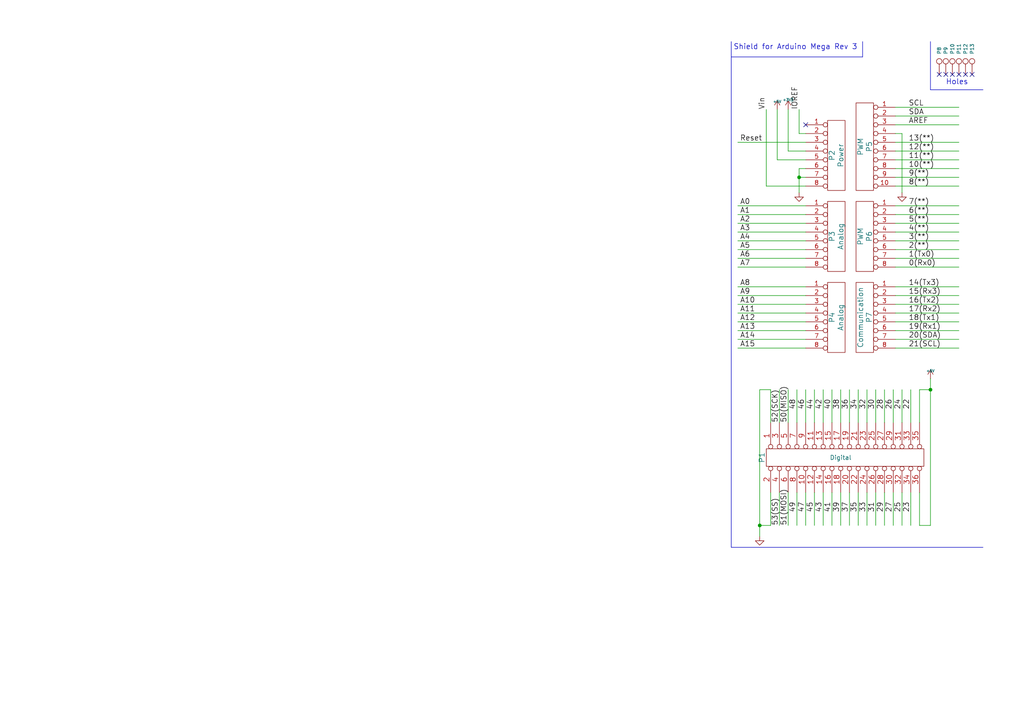
<source format=kicad_sch>
(kicad_sch (version 20230121) (generator eeschema)
  (paper "A4")
  (title_block (date "mar. 31 mars 2015"))
  (lib_symbols
    (symbol "Arduino_Mega-rescue:+3.3V" (power) (pin_names (offset 0))
      (property "Value" "+3.3V" (at 0 3.556 0))
      (symbol "+3.3V_0_1"
        (polyline (pts (xy -0.762 1.27) (xy 0 2.54)))
        (polyline (pts (xy 0 0) (xy 0 2.54)))
        (polyline (pts (xy 0 2.54) (xy 0.762 1.27)))
      )
      (symbol "+3.3V_1_1"
        (pin power_in line (at 0 0 90) (length 0) hide (name "+3V3") (number "1"))
      )
    )
    (symbol "Arduino_Mega-rescue:+5V" (power) (pin_names (offset 0))
      (property "Value" "+5V" (at 0 3.556 0))
      (symbol "+5V_0_1"
        (polyline (pts (xy -0.762 1.27) (xy 0 2.54)))
        (polyline (pts (xy 0 0) (xy 0 2.54)))
        (polyline (pts (xy 0 2.54) (xy 0.762 1.27)))
      )
      (symbol "+5V_1_1"
        (pin power_in line (at 0 0 90) (length 0) hide (name "+5V") (number "1"))
      )
    )
    (symbol "Arduino_Mega-rescue:CONN_1" (pin_numbers hide) (pin_names (offset 0.762) hide)
      (property "Reference" "P" (at 2.032 0 0))
      (symbol "CONN_1_0_1"
        (polyline (pts (xy -0.762 0) (xy -1.27 0)))
        (circle (center 0 0) (radius 0.7874))
      )
      (symbol "CONN_1_1_1"
        (pin passive line (at -3.81 0 0) (length 2.54) (name "1") (number "1"))
      )
    )
    (symbol "Arduino_Mega-rescue:CONN_10" (pin_names (offset 1.016) hide)
      (property "Reference" "P" (at -1.27 0 90))
      (property "Value" "CONN_10" (at 1.27 0 90))
      (symbol "CONN_10_0_1"
        (rectangle (start -2.54 12.7) (end 2.54 -12.7))
      )
      (symbol "CONN_10_1_1"
        (pin passive inverted (at -8.89 11.43 0) (length 6.35) (name "P1") (number "1"))
        (pin passive inverted (at -8.89 -11.43 0) (length 6.35) (name "P10") (number "10"))
        (pin passive inverted (at -8.89 8.89 0) (length 6.35) (name "P2") (number "2"))
        (pin passive inverted (at -8.89 6.35 0) (length 6.35) (name "P3") (number "3"))
        (pin passive inverted (at -8.89 3.81 0) (length 6.35) (name "P4") (number "4"))
        (pin passive inverted (at -8.89 1.27 0) (length 6.35) (name "P5") (number "5"))
        (pin passive inverted (at -8.89 -1.27 0) (length 6.35) (name "P6") (number "6"))
        (pin passive inverted (at -8.89 -3.81 0) (length 6.35) (name "P7") (number "7"))
        (pin passive inverted (at -8.89 -6.35 0) (length 6.35) (name "P8") (number "8"))
        (pin passive inverted (at -8.89 -8.89 0) (length 6.35) (name "P9") (number "9"))
      )
    )
    (symbol "Arduino_Mega-rescue:CONN_18X2" (pin_names (offset 0.254) hide)
      (property "Reference" "P" (at 0 22.86 0))
      (property "Value" "CONN_18X2" (at 0 0 90))
      (symbol "CONN_18X2_0_1"
        (rectangle (start -2.54 21.59) (end 2.54 -24.13))
      )
      (symbol "CONN_18X2_1_1"
        (pin passive inverted (at -10.16 20.32 0) (length 7.62) (name "P1") (number "1"))
        (pin passive inverted (at 10.16 10.16 180) (length 7.62) (name "P10") (number "10"))
        (pin passive inverted (at -10.16 7.62 0) (length 7.62) (name "P11") (number "11"))
        (pin passive inverted (at 10.16 7.62 180) (length 7.62) (name "P12") (number "12"))
        (pin passive inverted (at -10.16 5.08 0) (length 7.62) (name "P13") (number "13"))
        (pin passive inverted (at 10.16 5.08 180) (length 7.62) (name "P14") (number "14"))
        (pin passive inverted (at -10.16 2.54 0) (length 7.62) (name "P15") (number "15"))
        (pin passive inverted (at 10.16 2.54 180) (length 7.62) (name "P16") (number "16"))
        (pin passive inverted (at -10.16 0 0) (length 7.62) (name "P17") (number "17"))
        (pin passive inverted (at 10.16 0 180) (length 7.62) (name "P18") (number "18"))
        (pin passive inverted (at -10.16 -2.54 0) (length 7.62) (name "P19") (number "19"))
        (pin passive inverted (at 10.16 20.32 180) (length 7.62) (name "P2") (number "2"))
        (pin passive inverted (at 10.16 -2.54 180) (length 7.62) (name "P20") (number "20"))
        (pin passive inverted (at -10.16 -5.08 0) (length 7.62) (name "P21") (number "21"))
        (pin passive inverted (at 10.16 -5.08 180) (length 7.62) (name "P22") (number "22"))
        (pin passive inverted (at -10.16 -7.62 0) (length 7.62) (name "P23") (number "23"))
        (pin passive inverted (at 10.16 -7.62 180) (length 7.62) (name "P24") (number "24"))
        (pin passive inverted (at -10.16 -10.16 0) (length 7.62) (name "~") (number "25"))
        (pin passive inverted (at 10.16 -10.16 180) (length 7.62) (name "P26") (number "26"))
        (pin passive inverted (at -10.16 -12.7 0) (length 7.62) (name "P27") (number "27"))
        (pin passive inverted (at 10.16 -12.7 180) (length 7.62) (name "P28") (number "28"))
        (pin passive inverted (at -10.16 -15.24 0) (length 7.62) (name "P29") (number "29"))
        (pin passive inverted (at -10.16 17.78 0) (length 7.62) (name "P3") (number "3"))
        (pin passive inverted (at 10.16 -15.24 180) (length 7.62) (name "P30") (number "30"))
        (pin passive inverted (at -10.16 -17.78 0) (length 7.62) (name "P31") (number "31"))
        (pin passive inverted (at 10.16 -17.78 180) (length 7.62) (name "P32") (number "32"))
        (pin passive inverted (at -10.16 -20.32 0) (length 7.62) (name "P33") (number "33"))
        (pin passive inverted (at 10.16 -20.32 180) (length 7.62) (name "P34") (number "34"))
        (pin passive inverted (at -10.16 -22.86 0) (length 7.62) (name "P35") (number "35"))
        (pin passive inverted (at 10.16 -22.86 180) (length 7.62) (name "P36") (number "36"))
        (pin passive inverted (at 10.16 17.78 180) (length 7.62) (name "P4") (number "4"))
        (pin passive inverted (at -10.16 15.24 0) (length 7.62) (name "P5") (number "5"))
        (pin passive inverted (at 10.16 15.24 180) (length 7.62) (name "P6") (number "6"))
        (pin passive inverted (at -10.16 12.7 0) (length 7.62) (name "P7") (number "7"))
        (pin passive inverted (at 10.16 12.7 180) (length 7.62) (name "P8") (number "8"))
        (pin passive inverted (at -10.16 10.16 0) (length 7.62) (name "P9") (number "9"))
      )
    )
    (symbol "Arduino_Mega-rescue:CONN_8" (pin_names (offset 1.016) hide)
      (property "Reference" "P" (at -1.27 0 90))
      (property "Value" "CONN_8" (at 1.27 0 90))
      (symbol "CONN_8_0_1"
        (rectangle (start -2.54 10.16) (end 2.54 -10.16))
      )
      (symbol "CONN_8_1_1"
        (pin passive inverted (at -8.89 8.89 0) (length 6.35) (name "P1") (number "1"))
        (pin passive inverted (at -8.89 6.35 0) (length 6.35) (name "P2") (number "2"))
        (pin passive inverted (at -8.89 3.81 0) (length 6.35) (name "P3") (number "3"))
        (pin passive inverted (at -8.89 1.27 0) (length 6.35) (name "P4") (number "4"))
        (pin passive inverted (at -8.89 -1.27 0) (length 6.35) (name "P5") (number "5"))
        (pin passive inverted (at -8.89 -3.81 0) (length 6.35) (name "P6") (number "6"))
        (pin passive inverted (at -8.89 -6.35 0) (length 6.35) (name "P7") (number "7"))
        (pin passive inverted (at -8.89 -8.89 0) (length 6.35) (name "P8") (number "8"))
      )
    )
    (symbol "Arduino_Mega-rescue:GND" (power) (pin_names (offset 0))
      (property "Value" "GND" (at 0 -3.81 0))
      (symbol "GND_0_1"
        (polyline (pts (xy 0 0) (xy 0 -1.27) (xy 1.27 -1.27) (xy 0 -2.54) (xy -1.27 -1.27) (xy 0 -1.27)))
      )
      (symbol "GND_1_1"
        (pin power_in line (at 0 0 270) (length 0) hide (name "GND") (number "1"))
      )
    )
  )
  (junction (at 269.875 113.03))
  (junction (at 231.775 51.435))
  (junction (at 220.345 152.4))
  (no_connect (at 278.13 21.59))
  (no_connect (at 233.68 36.195))
  (no_connect (at 281.94 21.59))
  (no_connect (at 280.035 21.59))
  (no_connect (at 272.415 21.59))
  (no_connect (at 276.225 21.59))
  (no_connect (at 274.32 21.59))
  (wire (pts (xy 223.52 152.4) (xy 220.345 152.4)))
  (wire (pts (xy 233.68 41.275) (xy 213.995 41.275)))
  (wire (pts (xy 266.7 113.03) (xy 269.875 113.03)))
  (wire (pts (xy 246.38 113.03) (xy 246.38 122.555)))
  (wire (pts (xy 233.68 64.77) (xy 213.995 64.77)))
  (wire (pts (xy 222.25 31.75) (xy 222.25 53.975)))
  (wire (pts (xy 226.06 142.875) (xy 226.06 152.4)))
  (wire (pts (xy 233.68 74.93) (xy 213.995 74.93)))
  (wire (pts (xy 233.68 90.805) (xy 213.995 90.805)))
  (wire (pts (xy 233.68 59.69) (xy 213.995 59.69)))
  (wire (pts (xy 220.345 113.03) (xy 220.345 152.4)))
  (polyline (pts (xy 250.19 16.51) (xy 250.19 12.065)))
  (wire (pts (xy 228.6 113.03) (xy 228.6 122.555)))
  (wire (pts (xy 256.54 113.03) (xy 256.54 122.555)))
  (wire (pts (xy 231.14 113.03) (xy 231.14 122.555)))
  (wire (pts (xy 233.68 113.03) (xy 233.68 122.555)))
  (polyline (pts (xy 285.115 158.75) (xy 212.09 158.75)))
  (wire (pts (xy 231.775 55.88) (xy 231.775 51.435)))
  (wire (pts (xy 254 113.03) (xy 254 122.555)))
  (wire (pts (xy 259.715 69.85) (xy 278.13 69.85)))
  (wire (pts (xy 220.345 152.4) (xy 220.345 155.575)))
  (wire (pts (xy 231.775 48.895) (xy 233.68 48.895)))
  (wire (pts (xy 259.715 43.815) (xy 278.13 43.815)))
  (wire (pts (xy 236.22 142.875) (xy 236.22 152.4)))
  (wire (pts (xy 233.68 142.875) (xy 233.68 152.4)))
  (wire (pts (xy 259.715 85.725) (xy 278.13 85.725)))
  (wire (pts (xy 233.68 93.345) (xy 213.995 93.345)))
  (wire (pts (xy 233.68 95.885) (xy 213.995 95.885)))
  (polyline (pts (xy 269.875 26.035) (xy 269.875 12.065)))
  (wire (pts (xy 266.7 122.555) (xy 266.7 113.03)))
  (wire (pts (xy 261.62 142.875) (xy 261.62 152.4)))
  (wire (pts (xy 223.52 142.875) (xy 223.52 152.4)))
  (wire (pts (xy 225.425 46.355) (xy 233.68 46.355)))
  (wire (pts (xy 233.68 83.185) (xy 213.995 83.185)))
  (wire (pts (xy 223.52 122.555) (xy 223.52 113.03)))
  (wire (pts (xy 261.62 55.88) (xy 261.62 38.735)))
  (wire (pts (xy 259.715 62.23) (xy 278.13 62.23)))
  (wire (pts (xy 259.715 88.265) (xy 278.13 88.265)))
  (wire (pts (xy 259.715 33.655) (xy 278.13 33.655)))
  (wire (pts (xy 233.68 85.725) (xy 213.995 85.725)))
  (wire (pts (xy 269.875 113.03) (xy 269.875 109.855)))
  (wire (pts (xy 246.38 142.875) (xy 246.38 152.4)))
  (wire (pts (xy 222.25 53.975) (xy 233.68 53.975)))
  (wire (pts (xy 231.775 51.435) (xy 233.68 51.435)))
  (wire (pts (xy 248.92 113.03) (xy 248.92 122.555)))
  (wire (pts (xy 241.3 113.03) (xy 241.3 122.555)))
  (wire (pts (xy 238.76 142.875) (xy 238.76 152.4)))
  (wire (pts (xy 238.76 113.03) (xy 238.76 122.555)))
  (wire (pts (xy 233.68 98.425) (xy 213.995 98.425)))
  (wire (pts (xy 233.68 100.965) (xy 213.995 100.965)))
  (wire (pts (xy 233.68 67.31) (xy 213.995 67.31)))
  (wire (pts (xy 231.775 38.735) (xy 231.775 31.75)))
  (wire (pts (xy 243.84 113.03) (xy 243.84 122.555)))
  (polyline (pts (xy 212.09 158.75) (xy 212.09 12.065)))
  (wire (pts (xy 259.715 41.275) (xy 278.13 41.275)))
  (wire (pts (xy 231.14 142.875) (xy 231.14 152.4)))
  (wire (pts (xy 261.62 38.735) (xy 259.715 38.735)))
  (wire (pts (xy 254 142.875) (xy 254 152.4)))
  (wire (pts (xy 259.715 59.69) (xy 278.13 59.69)))
  (wire (pts (xy 259.715 67.31) (xy 278.13 67.31)))
  (wire (pts (xy 248.92 142.875) (xy 248.92 152.4)))
  (wire (pts (xy 259.715 83.185) (xy 278.13 83.185)))
  (wire (pts (xy 259.715 36.195) (xy 278.13 36.195)))
  (wire (pts (xy 236.22 113.03) (xy 236.22 122.555)))
  (wire (pts (xy 259.715 93.345) (xy 278.13 93.345)))
  (wire (pts (xy 233.68 88.265) (xy 213.995 88.265)))
  (wire (pts (xy 233.68 62.23) (xy 213.995 62.23)))
  (wire (pts (xy 259.715 72.39) (xy 278.13 72.39)))
  (wire (pts (xy 259.08 142.875) (xy 259.08 152.4)))
  (wire (pts (xy 233.68 77.47) (xy 213.995 77.47)))
  (wire (pts (xy 259.715 77.47) (xy 278.13 77.47)))
  (wire (pts (xy 259.715 95.885) (xy 278.13 95.885)))
  (wire (pts (xy 259.715 51.435) (xy 278.13 51.435)))
  (wire (pts (xy 233.68 69.85) (xy 213.995 69.85)))
  (wire (pts (xy 251.46 142.875) (xy 251.46 152.4)))
  (wire (pts (xy 259.715 46.355) (xy 278.13 46.355)))
  (wire (pts (xy 264.16 142.875) (xy 264.16 152.4)))
  (wire (pts (xy 259.715 74.93) (xy 278.13 74.93)))
  (wire (pts (xy 225.425 31.75) (xy 225.425 46.355)))
  (wire (pts (xy 233.68 38.735) (xy 231.775 38.735)))
  (wire (pts (xy 243.84 142.875) (xy 243.84 152.4)))
  (wire (pts (xy 264.16 113.03) (xy 264.16 122.555)))
  (polyline (pts (xy 285.115 26.035) (xy 269.875 26.035)))
  (wire (pts (xy 259.715 48.895) (xy 278.13 48.895)))
  (wire (pts (xy 266.7 142.875) (xy 266.7 152.4)))
  (wire (pts (xy 226.06 113.03) (xy 226.06 122.555)))
  (wire (pts (xy 241.3 142.875) (xy 241.3 152.4)))
  (wire (pts (xy 259.715 64.77) (xy 278.13 64.77)))
  (wire (pts (xy 261.62 113.03) (xy 261.62 122.555)))
  (wire (pts (xy 259.715 31.115) (xy 278.13 31.115)))
  (wire (pts (xy 269.875 152.4) (xy 269.875 113.03)))
  (wire (pts (xy 259.715 90.805) (xy 278.13 90.805)))
  (polyline (pts (xy 212.09 16.51) (xy 250.19 16.51)))
  (wire (pts (xy 259.715 98.425) (xy 278.13 98.425)))
  (wire (pts (xy 228.6 142.875) (xy 228.6 152.4)))
  (wire (pts (xy 231.775 51.435) (xy 231.775 48.895)))
  (wire (pts (xy 256.54 142.875) (xy 256.54 152.4)))
  (wire (pts (xy 259.08 113.03) (xy 259.08 122.555)))
  (wire (pts (xy 233.68 72.39) (xy 213.995 72.39)))
  (wire (pts (xy 259.715 53.975) (xy 278.13 53.975)))
  (wire (pts (xy 259.715 100.965) (xy 278.13 100.965)))
  (wire (pts (xy 223.52 113.03) (xy 220.345 113.03)))
  (wire (pts (xy 228.6 43.815) (xy 228.6 31.75)))
  (wire (pts (xy 233.68 43.815) (xy 228.6 43.815)))
  (wire (pts (xy 251.46 113.03) (xy 251.46 122.555)))
  (wire (pts (xy 266.7 152.4) (xy 269.875 152.4)))
  (text "Holes" (at 274.32 24.765 0) (effects (font (size 1.524 1.524)) (justify left bottom)))
  (text "Shield for Arduino Mega Rev 3" (at 212.725 14.605 0) (effects (font (size 1.524 1.524)) (justify left bottom)))
  (label "23" (at 264.16 148.59 90) (effects (font (size 1.524 1.524))))
  (label "AREF" (at 263.525 36.195 0) (effects (font (size 1.524 1.524))))
  (label "A3" (at 214.63 67.31 0) (effects (font (size 1.524 1.524))))
  (label "6(**)" (at 263.525 62.23 0) (effects (font (size 1.524 1.524))))
  (label "53(SS)" (at 226.06 152.4 90) (effects (font (size 1.524 1.524))))
  (label "2(**)" (at 263.525 72.39 0) (effects (font (size 1.524 1.524))))
  (label "A13" (at 214.63 95.885 0) (effects (font (size 1.524 1.524))))
  (label "8(**)" (at 263.525 53.975 0) (effects (font (size 1.524 1.524))))
  (label "13(**)" (at 263.525 41.275 0) (effects (font (size 1.524 1.524))))
  (label "20(SDA)" (at 263.525 98.425 0) (effects (font (size 1.524 1.524))))
  (label "14(Tx3)" (at 263.525 83.185 0) (effects (font (size 1.524 1.524))))
  (label "46" (at 233.68 118.745 90) (effects (font (size 1.524 1.524))))
  (label "5(**)" (at 263.525 64.77 0) (effects (font (size 1.524 1.524))))
  (label "42" (at 238.76 118.745 90) (effects (font (size 1.524 1.524))))
  (label "47" (at 233.68 148.59 90) (effects (font (size 1.524 1.524))))
  (label "IOREF" (at 231.775 31.75 90) (effects (font (size 1.524 1.524))))
  (label "3(**)" (at 263.525 69.85 0) (effects (font (size 1.524 1.524))))
  (label "16(Tx2)" (at 263.525 88.265 0) (effects (font (size 1.524 1.524))))
  (label "40" (at 241.3 118.745 90) (effects (font (size 1.524 1.524))))
  (label "19(Rx1)" (at 263.525 95.885 0) (effects (font (size 1.524 1.524))))
  (label "45" (at 236.22 148.59 90) (effects (font (size 1.524 1.524))))
  (label "38" (at 243.84 118.745 90) (effects (font (size 1.524 1.524))))
  (label "43" (at 238.76 148.59 90) (effects (font (size 1.524 1.524))))
  (label "A7" (at 214.63 77.47 0) (effects (font (size 1.524 1.524))))
  (label "49" (at 231.14 148.59 90) (effects (font (size 1.524 1.524))))
  (label "36" (at 246.38 118.745 90) (effects (font (size 1.524 1.524))))
  (label "17(Rx2)" (at 263.525 90.805 0) (effects (font (size 1.524 1.524))))
  (label "44" (at 236.22 118.745 90) (effects (font (size 1.524 1.524))))
  (label "34" (at 248.92 118.745 90) (effects (font (size 1.524 1.524))))
  (label "A2" (at 214.63 64.77 0) (effects (font (size 1.524 1.524))))
  (label "Reset" (at 214.63 41.275 0) (effects (font (size 1.524 1.524))))
  (label "33" (at 251.46 148.59 90) (effects (font (size 1.524 1.524))))
  (label "SCL" (at 263.525 31.115 0) (effects (font (size 1.524 1.524))))
  (label "9(**)" (at 263.525 51.435 0) (effects (font (size 1.524 1.524))))
  (label "26" (at 259.08 118.745 90) (effects (font (size 1.524 1.524))))
  (label "27" (at 259.08 148.59 90) (effects (font (size 1.524 1.524))))
  (label "50(MISO)" (at 228.6 122.555 90) (effects (font (size 1.524 1.524))))
  (label "A0" (at 214.63 59.69 0) (effects (font (size 1.524 1.524))))
  (label "A4" (at 214.63 69.85 0) (effects (font (size 1.524 1.524))))
  (label "37" (at 246.38 148.59 90) (effects (font (size 1.524 1.524))))
  (label "41" (at 241.3 148.59 90) (effects (font (size 1.524 1.524))))
  (label "24" (at 261.62 118.745 90) (effects (font (size 1.524 1.524))))
  (label "11(**)" (at 263.525 46.355 0) (effects (font (size 1.524 1.524))))
  (label "29" (at 256.54 148.59 90) (effects (font (size 1.524 1.524))))
  (label "30" (at 254 118.745 90) (effects (font (size 1.524 1.524))))
  (label "A14" (at 214.63 98.425 0) (effects (font (size 1.524 1.524))))
  (label "A8" (at 214.63 83.185 0) (effects (font (size 1.524 1.524))))
  (label "SDA" (at 263.525 33.655 0) (effects (font (size 1.524 1.524))))
  (label "A1" (at 214.63 62.23 0) (effects (font (size 1.524 1.524))))
  (label "52(SCK)" (at 226.06 122.555 90) (effects (font (size 1.524 1.524))))
  (label "A10" (at 214.63 88.265 0) (effects (font (size 1.524 1.524))))
  (label "31" (at 254 148.59 90) (effects (font (size 1.524 1.524))))
  (label "A9" (at 214.63 85.725 0) (effects (font (size 1.524 1.524))))
  (label "12(**)" (at 263.525 43.815 0) (effects (font (size 1.524 1.524))))
  (label "51(MOSI)" (at 228.6 152.4 90) (effects (font (size 1.524 1.524))))
  (label "A6" (at 214.63 74.93 0) (effects (font (size 1.524 1.524))))
  (label "7(**)" (at 263.525 59.69 0) (effects (font (size 1.524 1.524))))
  (label "1(Tx0)" (at 263.525 74.93 0) (effects (font (size 1.524 1.524))))
  (label "32" (at 251.46 118.745 90) (effects (font (size 1.524 1.524))))
  (label "28" (at 256.54 118.745 90) (effects (font (size 1.524 1.524))))
  (label "A11" (at 214.63 90.805 0) (effects (font (size 1.524 1.524))))
  (label "39" (at 243.84 148.59 90) (effects (font (size 1.524 1.524))))
  (label "A5" (at 214.63 72.39 0) (effects (font (size 1.524 1.524))))
  (label "21(SCL)" (at 263.525 100.965 0) (effects (font (size 1.524 1.524))))
  (label "Vin" (at 222.25 31.75 90) (effects (font (size 1.524 1.524))))
  (label "0(Rx0)" (at 263.525 77.47 0) (effects (font (size 1.524 1.524))))
  (label "18(Tx1)" (at 263.525 93.345 0) (effects (font (size 1.524 1.524))))
  (label "48" (at 231.14 118.745 90) (effects (font (size 1.524 1.524))))
  (label "A12" (at 214.63 93.345 0) (effects (font (size 1.524 1.524))))
  (label "A15" (at 214.63 100.965 0) (effects (font (size 1.524 1.524))))
  (label "4(**)" (at 263.525 67.31 0) (effects (font (size 1.524 1.524))))
  (label "15(Rx3)" (at 263.525 85.725 0) (effects (font (size 1.524 1.524))))
  (label "10(**)" (at 263.525 48.895 0) (effects (font (size 1.524 1.524))))
  (label "35" (at 248.92 148.59 90) (effects (font (size 1.524 1.524))))
  (label "22" (at 264.16 118.745 90) (effects (font (size 1.524 1.524))))
  (label "25" (at 261.62 148.59 90) (effects (font (size 1.524 1.524))))
  (symbol (lib_id "Arduino_Mega-rescue:CONN_8") (at 242.57 45.085 0) (unit 1)
    (property "Reference" "P2" (at 241.3 45.085 90) (effects (font (size 1.524 1.524))))
    (property "Value" "Power" (at 243.84 45.085 90) (effects (font (size 1.524 1.524))))
    (property "Footprint" "Socket_Arduino_Mega:Socket_Strip_Arduino_1x08" (effects hide))
  )
  (symbol (lib_id "Arduino_Mega-rescue:CONN_8") (at 242.57 68.58 0) (unit 1)
    (property "Reference" "P3" (at 241.3 68.58 90) (effects (font (size 1.524 1.524))))
    (property "Value" "Analog" (at 243.84 68.58 90) (effects (font (size 1.524 1.524))))
    (property "Footprint" "Socket_Arduino_Mega:Socket_Strip_Arduino_1x08" (effects hide))
  )
  (symbol (lib_id "Arduino_Mega-rescue:CONN_8") (at 242.57 92.075 0) (unit 1)
    (property "Reference" "P4" (at 241.3 92.075 90) (effects (font (size 1.524 1.524))))
    (property "Value" "Analog" (at 243.84 92.075 90) (effects (font (size 1.524 1.524))))
    (property "Footprint" "Socket_Arduino_Mega:Socket_Strip_Arduino_1x08" (effects hide))
  )
  (symbol (lib_id "Arduino_Mega-rescue:CONN_8") (at 250.825 68.58 0) (mirror y) (unit 1)
    (property "Reference" "P6" (at 252.095 68.58 90) (effects (font (size 1.524 1.524))))
    (property "Value" "PWM" (at 249.555 68.58 90) (effects (font (size 1.524 1.524))))
    (property "Footprint" "Socket_Arduino_Mega:Socket_Strip_Arduino_1x08" (effects hide))
  )
  (symbol (lib_id "Arduino_Mega-rescue:CONN_8") (at 250.825 92.075 0) (mirror y) (unit 1)
    (property "Reference" "P7" (at 252.095 92.075 90) (effects (font (size 1.524 1.524))))
    (property "Value" "Communication" (at 249.555 92.075 90) (effects (font (size 1.524 1.524))))
    (property "Footprint" "Socket_Arduino_Mega:Socket_Strip_Arduino_1x08" (effects hide))
  )
  (symbol (lib_id "Arduino_Mega-rescue:CONN_10") (at 250.825 42.545 0) (mirror y) (unit 1)
    (property "Reference" "P5" (at 252.095 42.545 90) (effects (font (size 1.524 1.524))))
    (property "Value" "PWM" (at 249.555 42.545 90) (effects (font (size 1.524 1.524))))
    (property "Footprint" "Socket_Arduino_Mega:Socket_Strip_Arduino_1x10" (effects hide))
  )
  (symbol (lib_id "Arduino_Mega-rescue:CONN_18X2") (at 243.84 132.715 90) (mirror x) (unit 1)
    (property "Reference" "P1" (at 220.98 132.715 0) (effects (font (size 1.524 1.524))))
    (property "Value" "Digital" (at 243.84 132.715 90))
    (property "Footprint" "Socket_Arduino_Mega:Socket_Strip_Arduino_2x18" (effects hide))
  )
  (symbol (lib_id "Arduino_Mega-rescue:GND") (at 231.775 55.88 0) (unit 1)
    (property "Reference" "#PWR01" (effects hide))
    (property "Value" "GND" (effects hide))
  )
  (symbol (lib_id "Arduino_Mega-rescue:+5V") (at 225.425 31.75 0) (unit 1)
    (property "Reference" "#PWR02" (effects hide))
    (property "Value" "+5V" (at 225.425 29.464 0) (effects (font (size 0.762 0.762))))
  )
  (symbol (lib_id "Arduino_Mega-rescue:+3.3V") (at 228.6 31.75 0) (unit 1)
    (property "Reference" "#PWR03" (effects hide))
    (property "Value" "+3.3V" (at 228.6 28.956 0) (effects (font (size 0.762 0.762))))
  )
  (symbol (lib_id "Arduino_Mega-rescue:GND") (at 261.62 55.88 0) (unit 1)
    (property "Reference" "#PWR04" (effects hide))
    (property "Value" "GND" (effects hide))
  )
  (symbol (lib_id "Arduino_Mega-rescue:GND") (at 220.345 155.575 0) (unit 1)
    (property "Reference" "#PWR05" (effects hide))
    (property "Value" "GND" (effects hide))
  )
  (symbol (lib_id "Arduino_Mega-rescue:+5V") (at 269.875 109.855 0) (unit 1)
    (property "Reference" "#PWR06" (effects hide))
    (property "Value" "+5V" (at 269.875 107.569 0) (effects (font (size 0.762 0.762))))
  )
  (symbol (lib_id "Arduino_Mega-rescue:CONN_1") (at 272.415 17.78 90) (unit 1)
    (property "Reference" "P8" (at 272.415 15.748 0) (effects (font (size 1.016 1.016)) (justify left)))
    (property "Value" "CONN_1" (effects hide))
    (property "Footprint" "Socket_Arduino_Mega:Arduino_1pin" (effects hide))
  )
  (symbol (lib_id "Arduino_Mega-rescue:CONN_1") (at 274.32 17.78 90) (unit 1)
    (property "Reference" "P9" (at 274.32 15.748 0) (effects (font (size 1.016 1.016)) (justify left)))
    (property "Value" "CONN_1" (effects hide))
    (property "Footprint" "Socket_Arduino_Mega:Arduino_1pin" (effects hide))
  )
  (symbol (lib_id "Arduino_Mega-rescue:CONN_1") (at 276.225 17.78 90) (unit 1)
    (property "Reference" "P10" (at 276.225 15.748 0) (effects (font (size 1.016 1.016)) (justify left)))
    (property "Value" "CONN_1" (effects hide))
    (property "Footprint" "Socket_Arduino_Mega:Arduino_1pin" (effects hide))
  )
  (symbol (lib_id "Arduino_Mega-rescue:CONN_1") (at 278.13 17.78 90) (unit 1)
    (property "Reference" "P11" (at 278.13 15.748 0) (effects (font (size 1.016 1.016)) (justify left)))
    (property "Value" "CONN_1" (effects hide))
    (property "Footprint" "Socket_Arduino_Mega:Arduino_1pin" (effects hide))
  )
  (symbol (lib_id "Arduino_Mega-rescue:CONN_1") (at 280.035 17.78 90) (unit 1)
    (property "Reference" "P12" (at 280.035 15.748 0) (effects (font (size 1.016 1.016)) (justify left)))
    (property "Value" "CONN_1" (effects hide))
    (property "Footprint" "Socket_Arduino_Mega:Arduino_1pin" (effects hide))
  )
  (symbol (lib_id "Arduino_Mega-rescue:CONN_1") (at 281.94 17.78 90) (unit 1)
    (property "Reference" "P13" (at 281.94 15.748 0) (effects (font (size 1.016 1.016)) (justify left)))
    (property "Value" "CONN_1" (effects hide))
    (property "Footprint" "Socket_Arduino_Mega:Arduino_1pin" (effects hide))
  )
)
</source>
